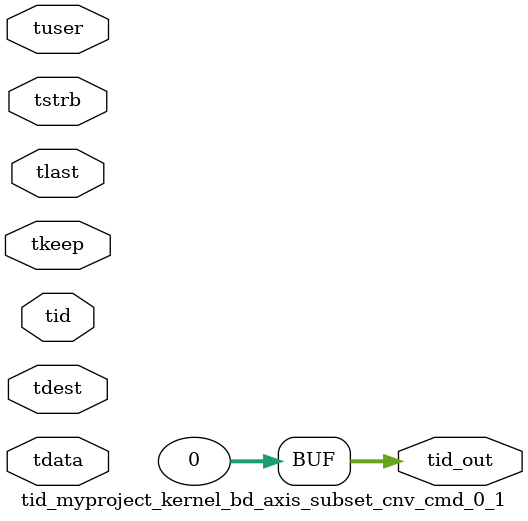
<source format=v>


`timescale 1ps/1ps

module tid_myproject_kernel_bd_axis_subset_cnv_cmd_0_1 #
(
parameter C_S_AXIS_TID_WIDTH   = 1,
parameter C_S_AXIS_TUSER_WIDTH = 0,
parameter C_S_AXIS_TDATA_WIDTH = 0,
parameter C_S_AXIS_TDEST_WIDTH = 0,
parameter C_M_AXIS_TID_WIDTH   = 32
)
(
input  [(C_S_AXIS_TID_WIDTH   == 0 ? 1 : C_S_AXIS_TID_WIDTH)-1:0       ] tid,
input  [(C_S_AXIS_TDATA_WIDTH == 0 ? 1 : C_S_AXIS_TDATA_WIDTH)-1:0     ] tdata,
input  [(C_S_AXIS_TUSER_WIDTH == 0 ? 1 : C_S_AXIS_TUSER_WIDTH)-1:0     ] tuser,
input  [(C_S_AXIS_TDEST_WIDTH == 0 ? 1 : C_S_AXIS_TDEST_WIDTH)-1:0     ] tdest,
input  [(C_S_AXIS_TDATA_WIDTH/8)-1:0 ] tkeep,
input  [(C_S_AXIS_TDATA_WIDTH/8)-1:0 ] tstrb,
input                                                                    tlast,
output [(C_M_AXIS_TID_WIDTH   == 0 ? 1 : C_M_AXIS_TID_WIDTH)-1:0       ] tid_out
);

assign tid_out = {1'b0};

endmodule


</source>
